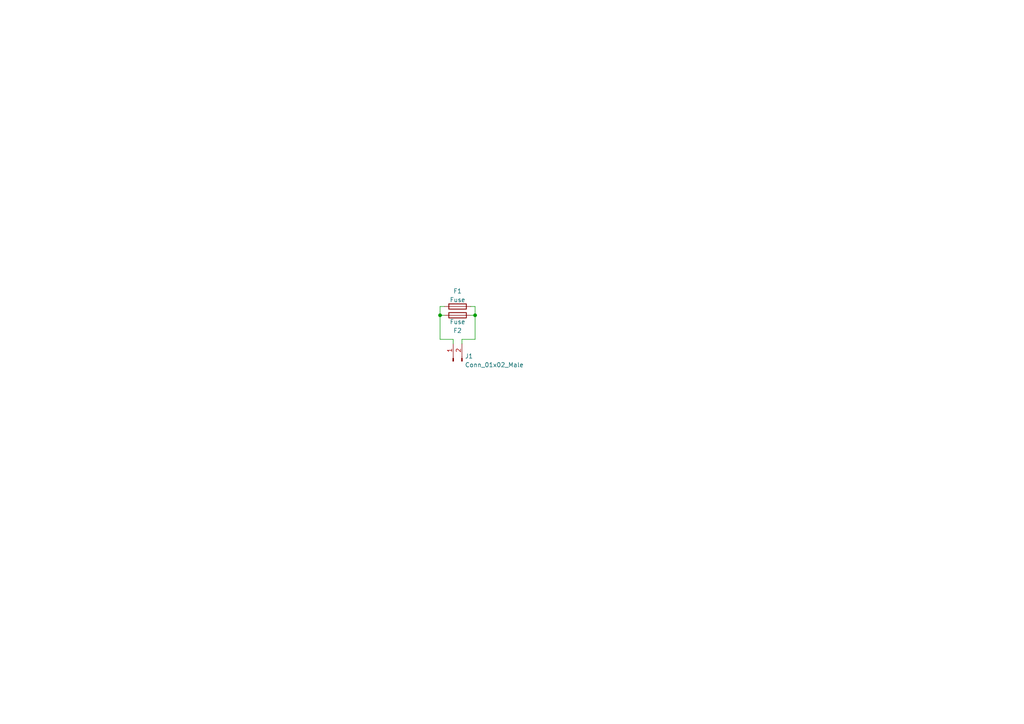
<source format=kicad_sch>
(kicad_sch (version 20211123) (generator eeschema)
  (paper "A4")
  (lib_symbols
    (symbol "Connector:Conn_01x02_Male" (pin_names (offset 1.016) hide)
      (property "Reference" "J" (at 0 2.54 0))
      (property "Value" "Conn_01x02_Male" (at 0 -5.08 0))
      (symbol "Conn_01x02_Male_1_1"
        (polyline (pts (xy 1.27 -2.54) (xy 0.8636 -2.54)) (stroke (width 0.1524)))
        (polyline (pts (xy 1.27 0) (xy 0.8636 0)) (stroke (width 0.1524)))
        (rectangle (start 0.8636 -2.413) (end 0 -2.667) (stroke (width 0.1524)) (fill (type outline)))
        (rectangle (start 0.8636 0.127) (end 0 -0.127) (stroke (width 0.1524)) (fill (type outline)))
        (pin passive line (at 5.08 0 180) (length 3.81) (name "Pin_1") (number "1"))
        (pin passive line (at 5.08 -2.54 180) (length 3.81) (name "Pin_2") (number "2"))
      )
    )
    (symbol "Device:Fuse" (pin_numbers hide) (pin_names (offset 0))
      (property "Reference" "F" (at 2.032 0 90))
      (property "Value" "Fuse" (at -1.905 0 90))
      (symbol "Fuse_0_1"
        (rectangle (start -0.762 -2.54) (end 0.762 2.54) (stroke (width 0.254)))
        (polyline (pts (xy 0 2.54) (xy 0 -2.54)))
      )
      (symbol "Fuse_1_1"
        (pin passive line (at 0 3.81 270) (length 1.27) (name "~") (number "1"))
        (pin passive line (at 0 -3.81 90) (length 1.27) (name "~") (number "2"))
      )
    )
  )
  (junction (at 127.635 91.44))
  (junction (at 137.795 91.44))
  (wire (pts (xy 127.635 88.9) (xy 127.635 91.44)))
  (wire (pts (xy 136.525 91.44) (xy 137.795 91.44)))
  (wire (pts (xy 131.445 98.425) (xy 131.445 99.695)))
  (wire (pts (xy 127.635 98.425) (xy 131.445 98.425)))
  (wire (pts (xy 128.905 88.9) (xy 127.635 88.9)))
  (wire (pts (xy 127.635 91.44) (xy 128.905 91.44)))
  (wire (pts (xy 137.795 88.9) (xy 136.525 88.9)))
  (wire (pts (xy 137.795 88.9) (xy 137.795 91.44)))
  (wire (pts (xy 133.985 99.695) (xy 133.985 98.425)))
  (wire (pts (xy 137.795 91.44) (xy 137.795 98.425)))
  (wire (pts (xy 133.985 98.425) (xy 137.795 98.425)))
  (wire (pts (xy 127.635 91.44) (xy 127.635 98.425)))
  (symbol (lib_id "Connector:Conn_01x02_Male") (at 131.445 104.775 90) (unit 1)
    (property "Reference" "J1" (at 134.8232 103.3053 90) (effects (justify right)))
    (property "Value" "Conn_01x02_Male" (at 134.8232 105.8422 90) (effects (justify right)))
    (property "Footprint" "aalib:stdfuse-pads" (effects hide))
  )
  (symbol (lib_id "Device:Fuse") (at 132.715 91.44 90) (unit 1)
    (property "Reference" "F2" (at 132.715 95.885 90))
    (property "Value" "Fuse" (at 132.715 93.345 90))
    (property "Footprint" "aalib:minifuse" (effects hide))
  )
  (symbol (lib_id "Device:Fuse") (at 132.715 88.9 90) (unit 1)
    (property "Reference" "F1" (at 132.715 84.4382 90))
    (property "Value" "Fuse" (at 132.715 86.9751 90))
    (property "Footprint" "aalib:stdfuse" (effects hide))
  )
)
</source>
